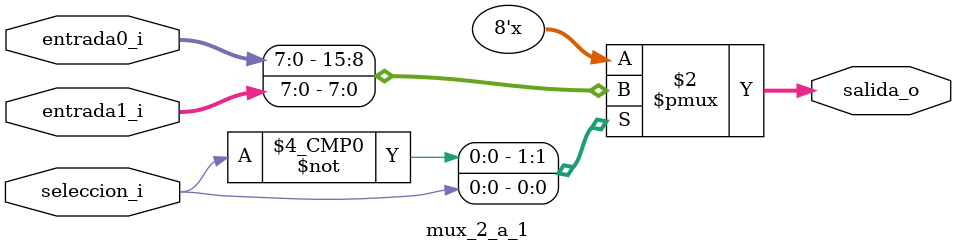
<source format=sv>
`timescale 1ns / 1ps

module mux_2_a_1 #(
    parameter int ANCHO = 8
)(
    input logic                     seleccion_i,
    input logic     [ANCHO-1:0]     entrada0_i,
    input logic     [ANCHO-1:0]     entrada1_i,   
    output logic    [ANCHO-1:0]     salida_o
    );
    
    always_comb begin 
        case (seleccion_i)
            1'b0: salida_o = entrada0_i;
            1'b1: salida_o = entrada1_i;
        endcase
    end
endmodule

</source>
